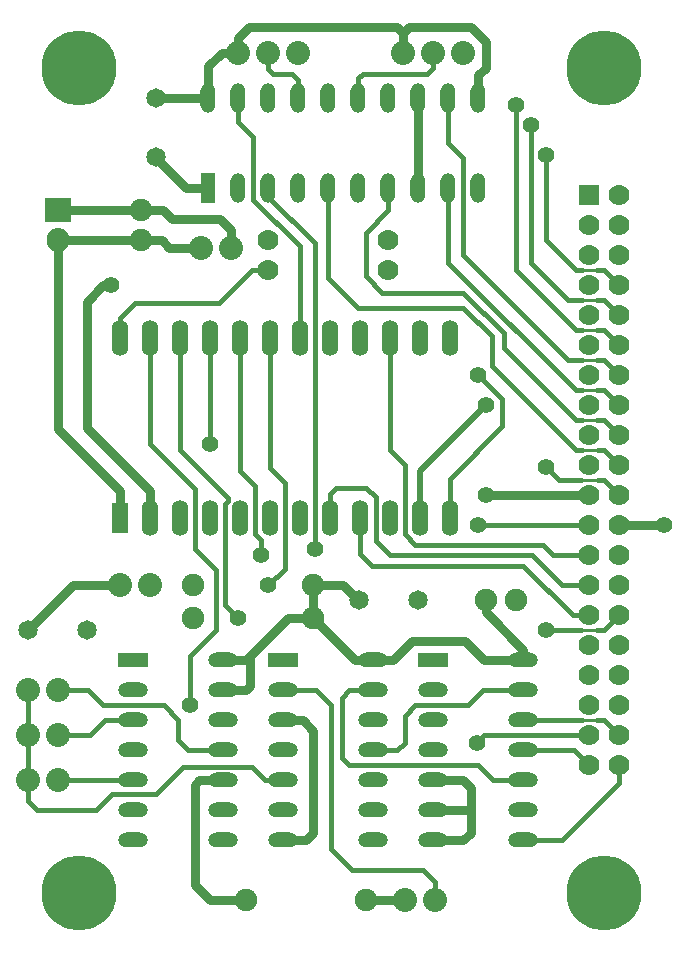
<source format=gbl>
G04 Layer_Physical_Order=2*
G04 Layer_Color=16711680*
%FSLAX25Y25*%
%MOIN*%
G70*
G01*
G75*
%ADD10C,0.03000*%
%ADD11C,0.01500*%
%ADD12C,0.01000*%
%ADD13R,0.08500X0.08000*%
%ADD14O,0.07600X0.08000*%
%ADD15R,0.05000X0.10000*%
%ADD16O,0.05000X0.10000*%
%ADD17O,0.05512X0.12000*%
%ADD18R,0.05512X0.10000*%
%ADD19C,0.06500*%
%ADD20C,0.07500*%
%ADD21C,0.08000*%
%ADD22O,0.10000X0.05000*%
%ADD23R,0.10000X0.05000*%
%ADD24C,0.25000*%
%ADD25C,0.07000*%
%ADD26R,0.07000X0.07000*%
%ADD27C,0.05512*%
%ADD28C,0.02000*%
D10*
X545000Y372500D02*
Y378500D01*
X541500Y382000D02*
X545000Y378500D01*
X525500Y382000D02*
X541500D01*
X522500Y385000D02*
X525500Y382000D01*
X515000Y385000D02*
X522500D01*
X524500Y372500D02*
X535000D01*
X522000Y375000D02*
X524500Y372500D01*
X515000Y375000D02*
X522000D01*
X607500Y392500D02*
Y422500D01*
X627500D02*
Y430000D01*
X630000Y432500D01*
Y441000D01*
X625000Y446000D02*
X630000Y441000D01*
X604500Y446000D02*
X625000D01*
X602500Y444000D02*
X604500Y446000D01*
X602500Y437500D02*
Y444000D01*
X600500Y446000D02*
X602500Y444000D01*
X551000Y446000D02*
X600500D01*
X586500Y235000D02*
X592500D01*
X572500Y249000D02*
X586500Y235000D01*
X564000Y249000D02*
X572500D01*
X551500Y236500D02*
X564000Y249000D01*
X587500Y255000D02*
X587814D01*
X582500Y260000D02*
X587500Y255000D01*
X497000Y312500D02*
Y354500D01*
Y312500D02*
X518000Y291500D01*
Y282500D02*
Y291500D01*
X508000Y282500D02*
Y291500D01*
X674500Y280000D02*
X689500D01*
X550000Y235000D02*
X551500Y236500D01*
Y226500D02*
Y236500D01*
X550000Y225000D02*
X551500Y226500D01*
X542500Y225000D02*
X550000D01*
X492500Y260000D02*
X508000D01*
X477500Y245000D02*
X492500Y260000D01*
X569000Y215000D02*
X572500Y211500D01*
Y177500D02*
Y211500D01*
X570000Y175000D02*
X572500Y177500D01*
X562500Y215000D02*
X569000D01*
X590000Y155000D02*
X603000D01*
X538000D02*
X550000D01*
X533000Y160000D02*
X538000Y155000D01*
X533000Y160000D02*
Y193500D01*
X534500Y195000D01*
X542500D01*
X562500Y175000D02*
X570000D01*
X572500Y249000D02*
Y260000D01*
X582500D01*
X542500Y235000D02*
X550000D01*
X592500D02*
X599000D01*
X605500Y241500D01*
X623000D01*
X629500Y235000D01*
X642500D01*
Y238500D01*
X630000Y251000D02*
X642500Y238500D01*
X630000Y251000D02*
Y255000D01*
X612500Y175000D02*
X622500D01*
X625000Y177500D01*
Y185000D01*
X612500D02*
X625000D01*
Y192500D01*
X622500Y195000D02*
X625000Y192500D01*
X612500Y195000D02*
X622500D01*
X630000Y290000D02*
X664500D01*
X487500Y312000D02*
X508000Y291500D01*
X487500Y312000D02*
Y375000D01*
X515000D01*
X487500Y385000D02*
X515000D01*
X497000Y354500D02*
X502500Y360000D01*
X505000D01*
X530000Y392500D02*
X537500D01*
X520000Y402500D02*
X530000Y392500D01*
X520000Y422500D02*
X537500D01*
Y433000D01*
X542000Y437500D01*
X547500D01*
Y442500D01*
X551000Y446000D01*
D11*
X543000Y253500D02*
X547500Y249000D01*
X543000Y253500D02*
Y287010D01*
X555000Y270000D02*
Y275000D01*
X553000Y277000D02*
X555000Y275000D01*
X553000Y277000D02*
Y293000D01*
X590000Y292500D02*
X593200Y289300D01*
X580000Y292500D02*
X590000D01*
X578000Y290500D02*
X580000Y292500D01*
X593200Y274800D02*
Y289300D01*
X578000Y282500D02*
Y290500D01*
X627000Y207500D02*
X629500Y210000D01*
X664500D01*
X540000Y245000D02*
Y265000D01*
X531500Y236500D02*
X540000Y245000D01*
X531500Y220000D02*
Y236500D01*
X533000Y272000D02*
X540000Y265000D01*
X533000Y272000D02*
Y292000D01*
X543000Y287010D02*
X544000Y288010D01*
Y289000D01*
X528000Y305000D02*
X544000Y289000D01*
X538000Y307000D02*
Y342500D01*
X528000Y305000D02*
Y342500D01*
X518000Y307000D02*
Y342500D01*
Y307000D02*
X533000Y292000D01*
X563000Y265500D02*
Y294000D01*
X557500Y260000D02*
X563000Y265500D01*
X650000Y245000D02*
X661722D01*
X527500Y208300D02*
Y215200D01*
X522700Y220000D02*
X527500Y215200D01*
X502500Y220000D02*
X522700D01*
X530800Y205000D02*
X542500D01*
X527500Y208300D02*
X530800Y205000D01*
X598000Y270000D02*
X645500D01*
X593200Y274800D02*
X598000Y270000D01*
X609000Y165000D02*
X613000Y161000D01*
X585500Y165000D02*
X609000D01*
X598000Y305000D02*
X603000Y300000D01*
Y277000D02*
Y300000D01*
Y277000D02*
X606500Y273500D01*
X548000Y298000D02*
X553000Y293000D01*
X548000Y298000D02*
Y342500D01*
X588000Y270500D02*
Y282500D01*
Y270500D02*
X592000Y266500D01*
X606500Y273500D02*
X649000D01*
X598000Y305000D02*
Y342500D01*
X582000Y202500D02*
X584500Y200000D01*
X627500D01*
X558000Y299000D02*
X563000Y294000D01*
X558000Y299000D02*
Y342500D01*
X592000Y266500D02*
X642500D01*
X573500Y225000D02*
X578500Y220000D01*
Y172000D02*
Y220000D01*
X582000Y222500D02*
X584500Y225000D01*
X582000Y202500D02*
Y222500D01*
X562500Y225000D02*
X573500D01*
X578500Y172000D02*
X585500Y165000D01*
X613000Y155000D02*
Y161000D01*
X505500Y190500D02*
X520000D01*
X529000Y199500D01*
X552000D01*
X500000Y185000D02*
X505500Y190500D01*
X552000Y199500D02*
X556500Y195000D01*
X487500Y225000D02*
X497500D01*
X502500Y220000D01*
X503000Y215000D02*
X512500D01*
X498000Y210000D02*
X503000Y215000D01*
X487500Y210000D02*
X498000D01*
X487500Y195000D02*
X512500D01*
X477500Y188000D02*
Y195000D01*
Y188000D02*
X480500Y185000D01*
X500000D01*
X556500Y195000D02*
X562500D01*
X477500Y210000D02*
Y225000D01*
Y195000D02*
Y210000D01*
X584500Y225000D02*
X592500D01*
X627500Y200000D02*
X632500Y195000D01*
X642500D01*
X629000Y225000D02*
X642500D01*
X624000Y220000D02*
X629000Y225000D01*
X606500Y220000D02*
X624000D01*
X603000Y216500D02*
X606500Y220000D01*
X603000Y207500D02*
Y216500D01*
X600500Y205000D02*
X603000Y207500D01*
X592500Y205000D02*
X600500D01*
X674500Y194000D02*
Y200000D01*
X655500Y175000D02*
X674500Y194000D01*
X642500Y175000D02*
X655500D01*
X642500Y205000D02*
X659500D01*
X664500Y200000D01*
X547500Y414500D02*
X552500Y409500D01*
X666925Y315000D02*
X669500D01*
X660000D02*
X662000D01*
X627500Y280000D02*
X664500D01*
X652500Y270000D02*
X664500D01*
X649000Y273500D02*
X652500Y270000D01*
X650000Y299500D02*
X654500Y295000D01*
X661722D01*
X642500Y266500D02*
X659000Y250000D01*
X645500Y270000D02*
X655500Y260000D01*
X659000Y250000D02*
X664500D01*
X669500Y335000D02*
X674500Y330000D01*
X666925Y335000D02*
X669500D01*
X666925Y345000D02*
X669500D01*
X660000D02*
X662075D01*
X666925Y325000D02*
X669500D01*
X666925Y355000D02*
X669500D01*
X657500D02*
X662075D01*
X655500Y260000D02*
X664500D01*
X669500Y295000D02*
X674500Y290000D01*
X667278Y295000D02*
X669500D01*
Y365000D02*
X674500Y360000D01*
X666925Y365000D02*
X669500D01*
Y305000D02*
X674500Y300000D01*
X667278Y305000D02*
X669500D01*
Y315000D02*
X674500Y310000D01*
X669500Y215000D02*
X674500Y210000D01*
X666925Y215000D02*
X669500D01*
X642500D02*
X662075D01*
X664500Y210000D02*
X665000D01*
X669500Y245000D02*
X674500Y250000D01*
X666925Y245000D02*
X669500D01*
Y355000D02*
X674500Y350000D01*
X669500Y345000D02*
X674500Y340000D01*
X669500Y325000D02*
X674500Y320000D01*
X660000Y305000D02*
X662000D01*
X552000Y365000D02*
X557500D01*
X508000Y342500D02*
Y349000D01*
X513000Y354000D01*
X541000D01*
X552000Y365000D01*
X650000Y375000D02*
X660000Y365000D01*
X662000D01*
X557500Y389500D02*
X572900Y374100D01*
Y272000D02*
Y374100D01*
X547500Y414500D02*
Y422500D01*
X577500Y362500D02*
Y392500D01*
X557500Y389500D02*
Y392500D01*
X617500Y407500D02*
Y422500D01*
X636000Y339000D02*
X660000Y315000D01*
X632000Y333000D02*
X660000Y305000D01*
X618000Y282500D02*
Y295500D01*
X635500Y313000D01*
X627500Y330000D02*
X635500Y322000D01*
Y313000D02*
Y322000D01*
X577500Y362500D02*
X587500Y352500D01*
X622500D01*
X632000Y343000D01*
Y333000D02*
Y343000D01*
X552500Y388500D02*
Y409500D01*
Y388500D02*
X568000Y373000D01*
Y342500D02*
Y373000D01*
X597500Y385000D02*
Y392500D01*
X590000Y377500D02*
X597500Y385000D01*
X622500Y357500D02*
X636000Y344000D01*
Y339000D02*
Y344000D01*
X590000Y363000D02*
Y377500D01*
Y363000D02*
X595500Y357500D01*
X622500D01*
X617500Y407500D02*
X622500Y402500D01*
Y370000D02*
Y402500D01*
Y370000D02*
X657500Y335000D01*
X662075D01*
X645000Y367500D02*
X657500Y355000D01*
X645000Y367500D02*
Y413500D01*
X650000Y375000D02*
Y403500D01*
X640000Y365000D02*
X660000Y345000D01*
X640000Y365000D02*
Y420000D01*
X567500Y422500D02*
Y428500D01*
X565500Y430500D02*
X567500Y428500D01*
X559000Y430500D02*
X565500D01*
X557500Y432000D02*
X559000Y430500D01*
X557500Y432000D02*
Y437500D01*
X612500Y432500D02*
Y437500D01*
X610500Y430500D02*
X612500Y432500D01*
X589000Y430500D02*
X610500D01*
X587500Y429000D02*
X589000Y430500D01*
X587500Y422500D02*
Y429000D01*
X617500Y367500D02*
Y392500D01*
Y367500D02*
X660000Y325000D01*
X662075D01*
D12*
X662000Y315000D02*
X666925D01*
X662075Y335000D02*
X666925D01*
X662075Y345000D02*
X666925D01*
X662075Y355000D02*
X666925D01*
X662075Y215000D02*
X666925D01*
X662000Y305000D02*
X667278D01*
X661722Y245000D02*
X666925D01*
X662000Y365000D02*
X666925D01*
X661722Y295000D02*
X667278D01*
X662075Y325000D02*
X666925D01*
D13*
X487500Y385000D02*
D03*
D14*
Y375000D02*
D03*
D15*
X537500Y392500D02*
D03*
D16*
X547500D02*
D03*
X557500D02*
D03*
X567500D02*
D03*
X577500D02*
D03*
X587500D02*
D03*
X597500D02*
D03*
X607500D02*
D03*
X617500D02*
D03*
X627500D02*
D03*
Y422500D02*
D03*
X617500D02*
D03*
X607500D02*
D03*
X597500D02*
D03*
X587500D02*
D03*
X577500D02*
D03*
X567500D02*
D03*
X557500D02*
D03*
X547500D02*
D03*
X537500D02*
D03*
D17*
X508000Y342500D02*
D03*
X518000D02*
D03*
X528000D02*
D03*
X538000D02*
D03*
X548000D02*
D03*
X558000D02*
D03*
X568000D02*
D03*
X578000D02*
D03*
X588000D02*
D03*
X598000D02*
D03*
X608000D02*
D03*
X618000D02*
D03*
Y282500D02*
D03*
X608000D02*
D03*
X598000D02*
D03*
X588000D02*
D03*
X578000D02*
D03*
X568000D02*
D03*
X558000D02*
D03*
X548000D02*
D03*
X538000D02*
D03*
X528000D02*
D03*
X518000D02*
D03*
D18*
X508000D02*
D03*
D19*
X520000Y402814D02*
D03*
Y422500D02*
D03*
X477500Y245000D02*
D03*
X497186D02*
D03*
X607500Y255000D02*
D03*
X587814D02*
D03*
D20*
X532500Y249000D02*
D03*
X572500D02*
D03*
X550000Y155000D02*
D03*
X590000D02*
D03*
X572500Y260000D02*
D03*
X532500D02*
D03*
X515000Y375000D02*
D03*
Y385000D02*
D03*
X630000Y255000D02*
D03*
X640000D02*
D03*
D21*
X487500Y195000D02*
D03*
X477500D02*
D03*
X487500Y210000D02*
D03*
X477500D02*
D03*
X487500Y225000D02*
D03*
X477500D02*
D03*
X508000Y260000D02*
D03*
X518000D02*
D03*
X613000Y155000D02*
D03*
X603000D02*
D03*
X545000Y372500D02*
D03*
X535000D02*
D03*
X612500Y437500D02*
D03*
X602500D02*
D03*
X622500D02*
D03*
X557500D02*
D03*
X547500D02*
D03*
X567500D02*
D03*
D22*
X642500Y235000D02*
D03*
Y225000D02*
D03*
Y215000D02*
D03*
Y205000D02*
D03*
Y195000D02*
D03*
Y185000D02*
D03*
Y175000D02*
D03*
X612500D02*
D03*
Y185000D02*
D03*
Y195000D02*
D03*
Y205000D02*
D03*
Y215000D02*
D03*
Y225000D02*
D03*
X592500Y235000D02*
D03*
Y225000D02*
D03*
Y215000D02*
D03*
Y205000D02*
D03*
Y195000D02*
D03*
Y185000D02*
D03*
Y175000D02*
D03*
X562500D02*
D03*
Y185000D02*
D03*
Y195000D02*
D03*
Y205000D02*
D03*
Y215000D02*
D03*
Y225000D02*
D03*
X542500Y235000D02*
D03*
Y225000D02*
D03*
Y215000D02*
D03*
Y205000D02*
D03*
Y195000D02*
D03*
Y185000D02*
D03*
Y175000D02*
D03*
X512500D02*
D03*
Y185000D02*
D03*
Y195000D02*
D03*
Y205000D02*
D03*
Y215000D02*
D03*
Y225000D02*
D03*
D23*
X612500Y235000D02*
D03*
X562500D02*
D03*
X512500D02*
D03*
D24*
X669500Y157500D02*
D03*
Y432500D02*
D03*
X494500D02*
D03*
Y157500D02*
D03*
D25*
X674500Y200000D02*
D03*
X664500D02*
D03*
X674500Y210000D02*
D03*
X664500D02*
D03*
X674500Y220000D02*
D03*
X664500D02*
D03*
X674500Y230000D02*
D03*
X664500D02*
D03*
X674500Y240000D02*
D03*
X664500D02*
D03*
X674500Y250000D02*
D03*
X664500D02*
D03*
X674500Y260000D02*
D03*
X664500D02*
D03*
X674500Y270000D02*
D03*
X664500D02*
D03*
X674500Y280000D02*
D03*
X664500D02*
D03*
X674500Y290000D02*
D03*
X664500D02*
D03*
X674500Y300000D02*
D03*
X664500D02*
D03*
X674500Y310000D02*
D03*
X664500D02*
D03*
X674500Y320000D02*
D03*
X664500D02*
D03*
X674500Y330000D02*
D03*
X664500D02*
D03*
X674500Y340000D02*
D03*
X664500D02*
D03*
X674500Y350000D02*
D03*
X664500D02*
D03*
X674500Y360000D02*
D03*
X664500D02*
D03*
X674500Y370000D02*
D03*
X664500D02*
D03*
X674500Y380000D02*
D03*
X664500D02*
D03*
X674500Y390000D02*
D03*
X597500Y365000D02*
D03*
X557500D02*
D03*
Y375000D02*
D03*
X597500D02*
D03*
D26*
X664500Y390000D02*
D03*
D27*
X627000Y207500D02*
D03*
X531500Y220000D02*
D03*
X538000Y307000D02*
D03*
X557500Y260000D02*
D03*
X547500Y249000D02*
D03*
X650000Y245000D02*
D03*
X572900Y272000D02*
D03*
X555000Y270000D02*
D03*
X689500Y280000D02*
D03*
X630000Y290000D02*
D03*
X627500Y280000D02*
D03*
X650000Y299500D02*
D03*
X505000Y360000D02*
D03*
X627500Y330000D02*
D03*
X630000Y320000D02*
D03*
X645000Y413500D02*
D03*
X650000Y403500D02*
D03*
X640000Y420000D02*
D03*
D28*
X608000Y282500D02*
Y298000D01*
X630000Y320000D01*
M02*

</source>
